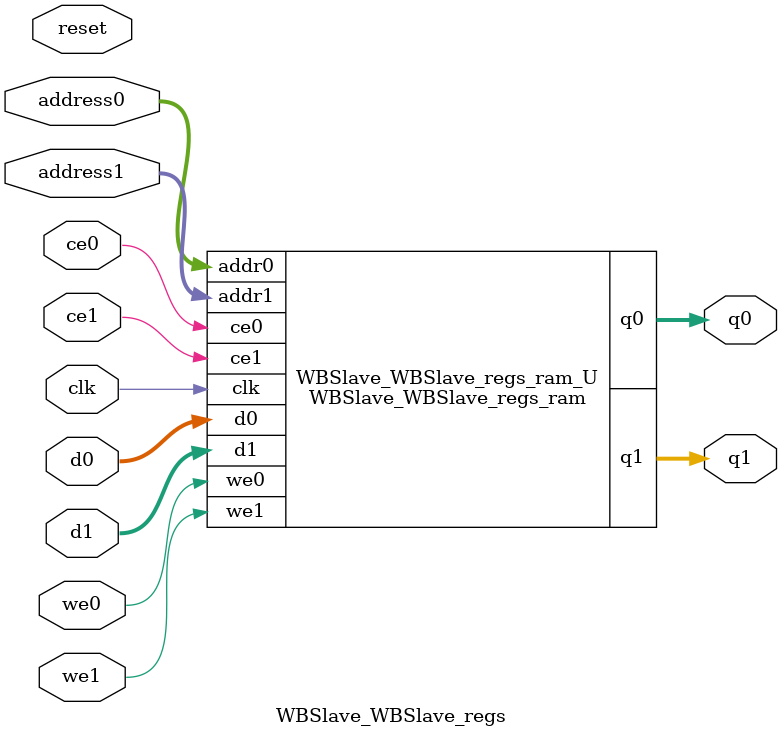
<source format=v>

`timescale 1 ns / 1 ps
module WBSlave_WBSlave_regs_ram (addr0, ce0, d0, we0, q0, addr1, ce1, d1, we1, q1,  clk);

parameter DWIDTH = 32;
parameter AWIDTH = 4;
parameter MEM_SIZE = 16;

input[AWIDTH-1:0] addr0;
input ce0;
input[DWIDTH-1:0] d0;
input we0;
output reg[DWIDTH-1:0] q0;
input[AWIDTH-1:0] addr1;
input ce1;
input[DWIDTH-1:0] d1;
input we1;
output reg[DWIDTH-1:0] q1;
input clk;

(* ram_style = "distributed" *)reg [DWIDTH-1:0] ram[MEM_SIZE-1:0];




always @(posedge clk)  
begin 
    if (ce0) 
    begin
        if (we0) 
        begin 
            ram[addr0] <= d0; 
            q0 <= d0;
        end 
        else 
            q0 <= ram[addr0];
    end
end


always @(posedge clk)  
begin 
    if (ce1) 
    begin
        if (we1) 
        begin 
            ram[addr1] <= d1; 
            q1 <= d1;
        end 
        else 
            q1 <= ram[addr1];
    end
end


endmodule


`timescale 1 ns / 1 ps
module WBSlave_WBSlave_regs(
    reset,
    clk,
    address0,
    ce0,
    we0,
    d0,
    q0,
    address1,
    ce1,
    we1,
    d1,
    q1);

parameter DataWidth = 32'd32;
parameter AddressRange = 32'd16;
parameter AddressWidth = 32'd4;
input reset;
input clk;
input[AddressWidth - 1:0] address0;
input ce0;
input we0;
input[DataWidth - 1:0] d0;
output[DataWidth - 1:0] q0;
input[AddressWidth - 1:0] address1;
input ce1;
input we1;
input[DataWidth - 1:0] d1;
output[DataWidth - 1:0] q1;



WBSlave_WBSlave_regs_ram WBSlave_WBSlave_regs_ram_U(
    .clk( clk ),
    .addr0( address0 ),
    .ce0( ce0 ),
    .d0( d0 ),
    .we0( we0 ),
    .q0( q0 ),
    .addr1( address1 ),
    .ce1( ce1 ),
    .d1( d1 ),
    .we1( we1 ),
    .q1( q1 ));

endmodule


</source>
